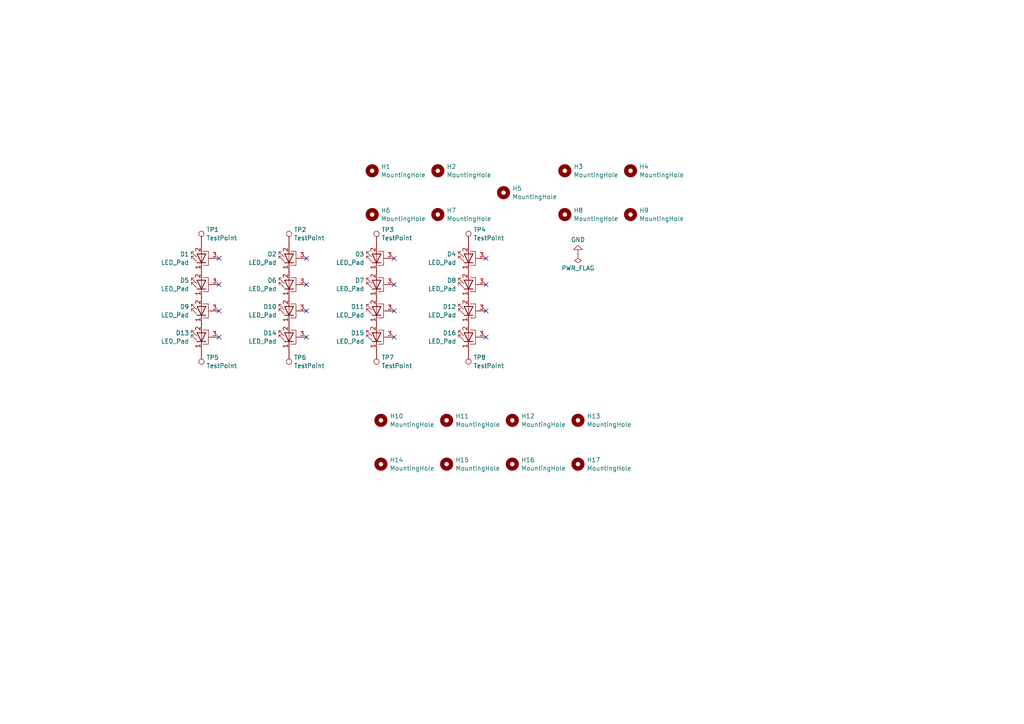
<source format=kicad_sch>
(kicad_sch (version 20231120) (generator "eeschema") (generator_version "8.0")
  (paper "A4")
  (lib_symbols
    (symbol "Connector:TestPoint" (pin_numbers hide) (pin_names (offset 0.762) hide)
      (property "Reference" "TP" (at 0 6.858 0))
      (property "Value" "TestPoint" (at 0 5.08 0))
      (symbol "TestPoint_0_1"
        (circle (center 0 3.302) (radius 0.762))
      )
      (symbol "TestPoint_1_1"
        (pin passive line (at 0 0 90) (length 2.54) (name "1") (number "1"))
      )
    )
    (symbol "Device:LED_Pad" (pin_names (offset 1.016) hide)
      (property "Reference" "D" (at 0 5.715 0))
      (property "Value" "LED_Pad" (at 0 3.81 0))
      (symbol "LED_Pad_0_1"
        (polyline (pts (xy -1.27 -1.27) (xy -1.27 1.27)) (stroke (width 0.254)))
        (polyline (pts (xy -1.27 0) (xy 1.27 0)))
        (polyline (pts (xy 0 -2.54) (xy 0 -2.032)))
        (polyline (pts (xy -2.032 -0.508) (xy -2.032 -2.032) (xy 2.032 -2.032) (xy 2.032 -0.508)))
        (polyline (pts (xy 1.27 -1.27) (xy 1.27 1.27) (xy -1.27 0) (xy 1.27 -1.27)) (stroke (width 0.254)))
        (polyline (pts (xy -0.889 1.397) (xy 0.635 2.921) (xy -0.127 2.921) (xy 0.635 2.921) (xy 0.635 2.159)))
        (polyline (pts (xy 0.381 1.397) (xy 1.905 2.921) (xy 1.143 2.921) (xy 1.905 2.921) (xy 1.905 2.159)))
      )
      (symbol "LED_Pad_1_1"
        (pin passive line (at -3.81 0 0) (length 2.54) (name "K") (number "1"))
        (pin passive line (at 3.81 0 180) (length 2.54) (name "A") (number "2"))
        (pin passive line (at 0 -5.08 90) (length 2.54) (name "PAD") (number "3"))
      )
    )
    (symbol "Mechanical:MountingHole" (pin_names (offset 1.016)) (exclude_from_sim yes) (in_bom no)
      (property "Reference" "H" (at 0 5.08 0))
      (property "Value" "MountingHole" (at 0 3.175 0))
      (symbol "MountingHole_0_1"
        (circle (center 0 0) (radius 1.27) (stroke (width 1.27)))
      )
    )
    (symbol "power:GND" (power) (pin_numbers hide) (pin_names (offset 0) hide)
      (property "Value" "GND" (at 0 -3.81 0))
      (symbol "GND_0_1"
        (polyline (pts (xy 0 0) (xy 0 -1.27) (xy 1.27 -1.27) (xy 0 -2.54) (xy -1.27 -1.27) (xy 0 -1.27)))
      )
      (symbol "GND_1_1"
        (pin power_in line (at 0 0 270) (length 0) (name "~") (number "1"))
      )
    )
    (symbol "power:PWR_FLAG" (power) (pin_numbers hide) (pin_names (offset 0) hide)
      (property "Value" "PWR_FLAG" (at 0 3.81 0))
      (symbol "PWR_FLAG_0_0"
        (pin power_out line (at 0 0 90) (length 0) (name "~") (number "1"))
      )
      (symbol "PWR_FLAG_0_1"
        (polyline (pts (xy 0 0) (xy 0 1.27) (xy -1.016 1.905) (xy 0 2.54) (xy 1.016 1.905) (xy 0 1.27)))
      )
    )
  )
  (no_connect (at 88.9 90.17))
  (no_connect (at 140.97 82.55))
  (no_connect (at 140.97 90.17))
  (no_connect (at 114.3 97.79))
  (no_connect (at 140.97 97.79))
  (no_connect (at 63.5 74.93))
  (no_connect (at 114.3 90.17))
  (no_connect (at 88.9 82.55))
  (no_connect (at 63.5 90.17))
  (no_connect (at 88.9 97.79))
  (no_connect (at 88.9 74.93))
  (no_connect (at 63.5 82.55))
  (no_connect (at 114.3 82.55))
  (no_connect (at 63.5 97.79))
  (no_connect (at 114.3 74.93))
  (no_connect (at 140.97 74.93))
  (symbol (lib_id "Device:LED_Pad") (at 135.89 97.79 90) (unit 1)
    (property "Reference" "D16" (at 132.3341 96.5778 90) (effects (justify left)))
    (property "Value" "LED_Pad" (at 132.3341 99.0021 90) (effects (justify left)))
    (property "Footprint" "misc:LED_3W_OTDIODE" (effects (hide yes)))
    (property "Description" "Light emitting diode with pad" (effects (hide yes)))
  )
  (symbol (lib_id "Mechanical:MountingHole") (at 110.49 121.92 0) (unit 1) (exclude_from_sim yes) (in_bom no)
    (property "Reference" "H10" (at 113.03 120.7078 0) (effects (justify left)))
    (property "Value" "MountingHole" (at 113.03 123.1321 0) (effects (justify left)))
    (property "Footprint" "MountingHole:MountingHole_2.2mm_M2" (effects (hide yes)))
    (property "Description" "Mounting Hole without connection" (effects (hide yes)))
  )
  (symbol (lib_id "Device:LED_Pad") (at 109.22 97.79 90) (unit 1)
    (property "Reference" "D15" (at 105.6641 96.5778 90) (effects (justify left)))
    (property "Value" "LED_Pad" (at 105.6641 99.0021 90) (effects (justify left)))
    (property "Footprint" "misc:LED_3W_OTDIODE" (effects (hide yes)))
    (property "Description" "Light emitting diode with pad" (effects (hide yes)))
  )
  (symbol (lib_id "Mechanical:MountingHole") (at 148.59 134.62 0) (unit 1) (exclude_from_sim yes) (in_bom no)
    (property "Reference" "H16" (at 151.13 133.4078 0) (effects (justify left)))
    (property "Value" "MountingHole" (at 151.13 135.8321 0) (effects (justify left)))
    (property "Footprint" "MountingHole:MountingHole_2.2mm_M2" (effects (hide yes)))
    (property "Description" "Mounting Hole without connection" (effects (hide yes)))
  )
  (symbol (lib_id "Mechanical:MountingHole") (at 107.95 49.53 0) (unit 1) (exclude_from_sim yes) (in_bom no)
    (property "Reference" "H1" (at 110.49 48.3178 0) (effects (justify left)))
    (property "Value" "MountingHole" (at 110.49 50.7421 0) (effects (justify left)))
    (property "Footprint" "MountingHole:MountingHole_2.2mm_M2" (effects (hide yes)))
    (property "Description" "Mounting Hole without connection" (effects (hide yes)))
  )
  (symbol (lib_id "Device:LED_Pad") (at 58.42 74.93 90) (unit 1)
    (property "Reference" "D1" (at 54.8641 73.7178 90) (effects (justify left)))
    (property "Value" "LED_Pad" (at 54.8641 76.1421 90) (effects (justify left)))
    (property "Footprint" "misc:LED_3W_OTDIODE" (effects (hide yes)))
    (property "Description" "Light emitting diode with pad" (effects (hide yes)))
  )
  (symbol (lib_id "Device:LED_Pad") (at 83.82 82.55 90) (unit 1)
    (property "Reference" "D6" (at 80.2641 81.3378 90) (effects (justify left)))
    (property "Value" "LED_Pad" (at 80.2641 83.7621 90) (effects (justify left)))
    (property "Footprint" "misc:LED_3W_OTDIODE" (effects (hide yes)))
    (property "Description" "Light emitting diode with pad" (effects (hide yes)))
  )
  (symbol (lib_id "Mechanical:MountingHole") (at 127 49.53 0) (unit 1) (exclude_from_sim yes) (in_bom no)
    (property "Reference" "H2" (at 129.54 48.3178 0) (effects (justify left)))
    (property "Value" "MountingHole" (at 129.54 50.7421 0) (effects (justify left)))
    (property "Footprint" "MountingHole:MountingHole_2.2mm_M2" (effects (hide yes)))
    (property "Description" "Mounting Hole without connection" (effects (hide yes)))
  )
  (symbol (lib_id "Device:LED_Pad") (at 83.82 90.17 90) (unit 1)
    (property "Reference" "D10" (at 80.2641 88.9578 90) (effects (justify left)))
    (property "Value" "LED_Pad" (at 80.2641 91.3821 90) (effects (justify left)))
    (property "Footprint" "misc:LED_3W_OTDIODE" (effects (hide yes)))
    (property "Description" "Light emitting diode with pad" (effects (hide yes)))
  )
  (symbol (lib_id "Connector:TestPoint") (at 58.42 101.6 180) (unit 1)
    (property "Reference" "TP5" (at 59.817 103.6898 0) (effects (justify right)))
    (property "Value" "TestPoint" (at 59.817 106.1141 0) (effects (justify right)))
    (property "Footprint" "Connector_Wire:SolderWirePad_1x01_SMD_5x10mm" (effects (hide yes)))
    (property "Description" "test point" (effects (hide yes)))
  )
  (symbol (lib_id "Device:LED_Pad") (at 135.89 90.17 90) (unit 1)
    (property "Reference" "D12" (at 132.3341 88.9578 90) (effects (justify left)))
    (property "Value" "LED_Pad" (at 132.3341 91.3821 90) (effects (justify left)))
    (property "Footprint" "misc:LED_3W_OTDIODE" (effects (hide yes)))
    (property "Description" "Light emitting diode with pad" (effects (hide yes)))
  )
  (symbol (lib_id "Mechanical:MountingHole") (at 163.83 62.23 0) (unit 1) (exclude_from_sim yes) (in_bom no)
    (property "Reference" "H8" (at 166.37 61.0178 0) (effects (justify left)))
    (property "Value" "MountingHole" (at 166.37 63.4421 0) (effects (justify left)))
    (property "Footprint" "MountingHole:MountingHole_2.2mm_M2" (effects (hide yes)))
    (property "Description" "Mounting Hole without connection" (effects (hide yes)))
  )
  (symbol (lib_id "Connector:TestPoint") (at 109.22 101.6 180) (unit 1)
    (property "Reference" "TP7" (at 110.617 103.6898 0) (effects (justify right)))
    (property "Value" "TestPoint" (at 110.617 106.1141 0) (effects (justify right)))
    (property "Footprint" "Connector_Wire:SolderWirePad_1x01_SMD_5x10mm" (effects (hide yes)))
    (property "Description" "test point" (effects (hide yes)))
  )
  (symbol (lib_id "Mechanical:MountingHole") (at 127 62.23 0) (unit 1) (exclude_from_sim yes) (in_bom no)
    (property "Reference" "H7" (at 129.54 61.0178 0) (effects (justify left)))
    (property "Value" "MountingHole" (at 129.54 63.4421 0) (effects (justify left)))
    (property "Footprint" "MountingHole:MountingHole_2.2mm_M2" (effects (hide yes)))
    (property "Description" "Mounting Hole without connection" (effects (hide yes)))
  )
  (symbol (lib_id "Mechanical:MountingHole") (at 107.95 62.23 0) (unit 1) (exclude_from_sim yes) (in_bom no)
    (property "Reference" "H6" (at 110.49 61.0178 0) (effects (justify left)))
    (property "Value" "MountingHole" (at 110.49 63.4421 0) (effects (justify left)))
    (property "Footprint" "MountingHole:MountingHole_2.2mm_M2" (effects (hide yes)))
    (property "Description" "Mounting Hole without connection" (effects (hide yes)))
  )
  (symbol (lib_id "Connector:TestPoint") (at 109.22 71.12 0) (unit 1)
    (property "Reference" "TP3" (at 110.617 66.6058 0) (effects (justify left)))
    (property "Value" "TestPoint" (at 110.617 69.0301 0) (effects (justify left)))
    (property "Footprint" "Connector_Wire:SolderWirePad_1x01_SMD_5x10mm" (effects (hide yes)))
    (property "Description" "test point" (effects (hide yes)))
  )
  (symbol (lib_id "Mechanical:MountingHole") (at 163.83 49.53 0) (unit 1) (exclude_from_sim yes) (in_bom no)
    (property "Reference" "H3" (at 166.37 48.3178 0) (effects (justify left)))
    (property "Value" "MountingHole" (at 166.37 50.7421 0) (effects (justify left)))
    (property "Footprint" "MountingHole:MountingHole_2.2mm_M2" (effects (hide yes)))
    (property "Description" "Mounting Hole without connection" (effects (hide yes)))
  )
  (symbol (lib_id "Device:LED_Pad") (at 135.89 74.93 90) (unit 1)
    (property "Reference" "D4" (at 132.3341 73.7178 90) (effects (justify left)))
    (property "Value" "LED_Pad" (at 132.3341 76.1421 90) (effects (justify left)))
    (property "Footprint" "misc:LED_3W_OTDIODE" (effects (hide yes)))
    (property "Description" "Light emitting diode with pad" (effects (hide yes)))
  )
  (symbol (lib_id "Mechanical:MountingHole") (at 129.54 121.92 0) (unit 1) (exclude_from_sim yes) (in_bom no)
    (property "Reference" "H11" (at 132.08 120.7078 0) (effects (justify left)))
    (property "Value" "MountingHole" (at 132.08 123.1321 0) (effects (justify left)))
    (property "Footprint" "MountingHole:MountingHole_2.2mm_M2" (effects (hide yes)))
    (property "Description" "Mounting Hole without connection" (effects (hide yes)))
  )
  (symbol (lib_id "Device:LED_Pad") (at 58.42 97.79 90) (unit 1)
    (property "Reference" "D13" (at 54.8641 96.5778 90) (effects (justify left)))
    (property "Value" "LED_Pad" (at 54.8641 99.0021 90) (effects (justify left)))
    (property "Footprint" "misc:LED_3W_OTDIODE" (effects (hide yes)))
    (property "Description" "Light emitting diode with pad" (effects (hide yes)))
  )
  (symbol (lib_id "Mechanical:MountingHole") (at 182.88 49.53 0) (unit 1) (exclude_from_sim yes) (in_bom no)
    (property "Reference" "H4" (at 185.42 48.3178 0) (effects (justify left)))
    (property "Value" "MountingHole" (at 185.42 50.7421 0) (effects (justify left)))
    (property "Footprint" "MountingHole:MountingHole_2.2mm_M2" (effects (hide yes)))
    (property "Description" "Mounting Hole without connection" (effects (hide yes)))
  )
  (symbol (lib_id "Mechanical:MountingHole") (at 182.88 62.23 0) (unit 1) (exclude_from_sim yes) (in_bom no)
    (property "Reference" "H9" (at 185.42 61.0178 0) (effects (justify left)))
    (property "Value" "MountingHole" (at 185.42 63.4421 0) (effects (justify left)))
    (property "Footprint" "MountingHole:MountingHole_2.2mm_M2" (effects (hide yes)))
    (property "Description" "Mounting Hole without connection" (effects (hide yes)))
  )
  (symbol (lib_id "Mechanical:MountingHole") (at 167.64 134.62 0) (unit 1) (exclude_from_sim yes) (in_bom no)
    (property "Reference" "H17" (at 170.18 133.4078 0) (effects (justify left)))
    (property "Value" "MountingHole" (at 170.18 135.8321 0) (effects (justify left)))
    (property "Footprint" "MountingHole:MountingHole_2.2mm_M2" (effects (hide yes)))
    (property "Description" "Mounting Hole without connection" (effects (hide yes)))
  )
  (symbol (lib_id "Device:LED_Pad") (at 135.89 82.55 90) (unit 1)
    (property "Reference" "D8" (at 132.3341 81.3378 90) (effects (justify left)))
    (property "Value" "LED_Pad" (at 132.3341 83.7621 90) (effects (justify left)))
    (property "Footprint" "misc:LED_3W_OTDIODE" (effects (hide yes)))
    (property "Description" "Light emitting diode with pad" (effects (hide yes)))
  )
  (symbol (lib_id "Connector:TestPoint") (at 135.89 71.12 0) (unit 1)
    (property "Reference" "TP4" (at 137.287 66.6058 0) (effects (justify left)))
    (property "Value" "TestPoint" (at 137.287 69.0301 0) (effects (justify left)))
    (property "Footprint" "Connector_Wire:SolderWirePad_1x01_SMD_5x10mm" (effects (hide yes)))
    (property "Description" "test point" (effects (hide yes)))
  )
  (symbol (lib_id "Mechanical:MountingHole") (at 148.59 121.92 0) (unit 1) (exclude_from_sim yes) (in_bom no)
    (property "Reference" "H12" (at 151.13 120.7078 0) (effects (justify left)))
    (property "Value" "MountingHole" (at 151.13 123.1321 0) (effects (justify left)))
    (property "Footprint" "MountingHole:MountingHole_2.2mm_M2" (effects (hide yes)))
    (property "Description" "Mounting Hole without connection" (effects (hide yes)))
  )
  (symbol (lib_id "Connector:TestPoint") (at 135.89 101.6 180) (unit 1)
    (property "Reference" "TP8" (at 137.287 103.6898 0) (effects (justify right)))
    (property "Value" "TestPoint" (at 137.287 106.1141 0) (effects (justify right)))
    (property "Footprint" "Connector_Wire:SolderWirePad_1x01_SMD_5x10mm" (effects (hide yes)))
    (property "Description" "test point" (effects (hide yes)))
  )
  (symbol (lib_id "Device:LED_Pad") (at 109.22 90.17 90) (unit 1)
    (property "Reference" "D11" (at 105.6641 88.9578 90) (effects (justify left)))
    (property "Value" "LED_Pad" (at 105.6641 91.3821 90) (effects (justify left)))
    (property "Footprint" "misc:LED_3W_OTDIODE" (effects (hide yes)))
    (property "Description" "Light emitting diode with pad" (effects (hide yes)))
  )
  (symbol (lib_id "Device:LED_Pad") (at 109.22 82.55 90) (unit 1)
    (property "Reference" "D7" (at 105.6641 81.3378 90) (effects (justify left)))
    (property "Value" "LED_Pad" (at 105.6641 83.7621 90) (effects (justify left)))
    (property "Footprint" "misc:LED_3W_OTDIODE" (effects (hide yes)))
    (property "Description" "Light emitting diode with pad" (effects (hide yes)))
  )
  (symbol (lib_id "Connector:TestPoint") (at 58.42 71.12 0) (unit 1)
    (property "Reference" "TP1" (at 59.817 66.6058 0) (effects (justify left)))
    (property "Value" "TestPoint" (at 59.817 69.0301 0) (effects (justify left)))
    (property "Footprint" "Connector_Wire:SolderWirePad_1x01_SMD_5x10mm" (effects (hide yes)))
    (property "Description" "test point" (effects (hide yes)))
  )
  (symbol (lib_id "power:PWR_FLAG") (at 167.64 73.66 180) (unit 1)
    (property "Reference" "#FLG02" (effects (hide yes)))
    (property "Value" "PWR_FLAG" (at 167.64 77.7931 0))
    (property "Description" "Special symbol for telling ERC where power comes from" (effects (hide yes)))
  )
  (symbol (lib_id "Device:LED_Pad") (at 58.42 90.17 90) (unit 1)
    (property "Reference" "D9" (at 54.8641 88.9578 90) (effects (justify left)))
    (property "Value" "LED_Pad" (at 54.8641 91.3821 90) (effects (justify left)))
    (property "Footprint" "misc:LED_3W_OTDIODE" (effects (hide yes)))
    (property "Description" "Light emitting diode with pad" (effects (hide yes)))
  )
  (symbol (lib_id "Mechanical:MountingHole") (at 110.49 134.62 0) (unit 1) (exclude_from_sim yes) (in_bom no)
    (property "Reference" "H14" (at 113.03 133.4078 0) (effects (justify left)))
    (property "Value" "MountingHole" (at 113.03 135.8321 0) (effects (justify left)))
    (property "Footprint" "MountingHole:MountingHole_2.2mm_M2" (effects (hide yes)))
    (property "Description" "Mounting Hole without connection" (effects (hide yes)))
  )
  (symbol (lib_id "Device:LED_Pad") (at 109.22 74.93 90) (unit 1)
    (property "Reference" "D3" (at 105.6641 73.7178 90) (effects (justify left)))
    (property "Value" "LED_Pad" (at 105.6641 76.1421 90) (effects (justify left)))
    (property "Footprint" "misc:LED_3W_OTDIODE" (effects (hide yes)))
    (property "Description" "Light emitting diode with pad" (effects (hide yes)))
  )
  (symbol (lib_id "Connector:TestPoint") (at 83.82 101.6 180) (unit 1)
    (property "Reference" "TP6" (at 85.217 103.6898 0) (effects (justify right)))
    (property "Value" "TestPoint" (at 85.217 106.1141 0) (effects (justify right)))
    (property "Footprint" "Connector_Wire:SolderWirePad_1x01_SMD_5x10mm" (effects (hide yes)))
    (property "Description" "test point" (effects (hide yes)))
  )
  (symbol (lib_id "Device:LED_Pad") (at 83.82 97.79 90) (unit 1)
    (property "Reference" "D14" (at 80.2641 96.5778 90) (effects (justify left)))
    (property "Value" "LED_Pad" (at 80.2641 99.0021 90) (effects (justify left)))
    (property "Footprint" "misc:LED_3W_OTDIODE" (effects (hide yes)))
    (property "Description" "Light emitting diode with pad" (effects (hide yes)))
  )
  (symbol (lib_id "Mechanical:MountingHole") (at 146.05 55.88 0) (unit 1) (exclude_from_sim yes) (in_bom no)
    (property "Reference" "H5" (at 148.59 54.6678 0) (effects (justify left)))
    (property "Value" "MountingHole" (at 148.59 57.0921 0) (effects (justify left)))
    (property "Footprint" "MountingHole:MountingHole_2.2mm_M2" (effects (hide yes)))
    (property "Description" "Mounting Hole without connection" (effects (hide yes)))
  )
  (symbol (lib_id "power:GND") (at 167.64 73.66 180) (unit 1)
    (property "Reference" "#PWR02" (effects (hide yes)))
    (property "Value" "GND" (at 167.64 69.5269 0))
    (property "Description" "Power symbol creates a global label with name \"GND\" , ground" (effects (hide yes)))
  )
  (symbol (lib_id "Mechanical:MountingHole") (at 167.64 121.92 0) (unit 1) (exclude_from_sim yes) (in_bom no)
    (property "Reference" "H13" (at 170.18 120.7078 0) (effects (justify left)))
    (property "Value" "MountingHole" (at 170.18 123.1321 0) (effects (justify left)))
    (property "Footprint" "MountingHole:MountingHole_2.2mm_M2" (effects (hide yes)))
    (property "Description" "Mounting Hole without connection" (effects (hide yes)))
  )
  (symbol (lib_id "Device:LED_Pad") (at 83.82 74.93 90) (unit 1)
    (property "Reference" "D2" (at 80.2641 73.7178 90) (effects (justify left)))
    (property "Value" "LED_Pad" (at 80.2641 76.1421 90) (effects (justify left)))
    (property "Footprint" "misc:LED_3W_OTDIODE" (effects (hide yes)))
    (property "Description" "Light emitting diode with pad" (effects (hide yes)))
  )
  (symbol (lib_id "Device:LED_Pad") (at 58.42 82.55 90) (unit 1)
    (property "Reference" "D5" (at 54.8641 81.3378 90) (effects (justify left)))
    (property "Value" "LED_Pad" (at 54.8641 83.7621 90) (effects (justify left)))
    (property "Footprint" "misc:LED_3W_OTDIODE" (effects (hide yes)))
    (property "Description" "Light emitting diode with pad" (effects (hide yes)))
  )
  (symbol (lib_id "Connector:TestPoint") (at 83.82 71.12 0) (unit 1)
    (property "Reference" "TP2" (at 85.217 66.6058 0) (effects (justify left)))
    (property "Value" "TestPoint" (at 85.217 69.0301 0) (effects (justify left)))
    (property "Footprint" "Connector_Wire:SolderWirePad_1x01_SMD_5x10mm" (effects (hide yes)))
    (property "Description" "test point" (effects (hide yes)))
  )
  (symbol (lib_id "Mechanical:MountingHole") (at 129.54 134.62 0) (unit 1) (exclude_from_sim yes) (in_bom no)
    (property "Reference" "H15" (at 132.08 133.4078 0) (effects (justify left)))
    (property "Value" "MountingHole" (at 132.08 135.8321 0) (effects (justify left)))
    (property "Footprint" "MountingHole:MountingHole_2.2mm_M2" (effects (hide yes)))
    (property "Description" "Mounting Hole without connection" (effects (hide yes)))
  )
)
</source>
